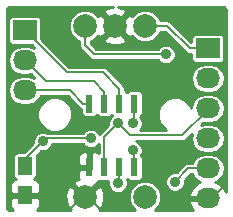
<source format=gbl>
G04 #@! TF.FileFunction,Copper,L2,Bot,Signal*
%FSLAX46Y46*%
G04 Gerber Fmt 4.6, Leading zero omitted, Abs format (unit mm)*
G04 Created by KiCad (PCBNEW 4.0.1-stable) date 2/14/2016 2:05:54 PM*
%MOMM*%
G01*
G04 APERTURE LIST*
%ADD10C,0.150000*%
%ADD11R,1.250000X1.500000*%
%ADD12C,2.000000*%
%ADD13R,2.032000X1.727200*%
%ADD14O,2.032000X1.727200*%
%ADD15R,0.600000X1.550000*%
%ADD16C,0.889000*%
%ADD17C,0.203200*%
%ADD18C,0.254000*%
G04 APERTURE END LIST*
D10*
D11*
X42672000Y-47010000D03*
X42672000Y-49510000D03*
D12*
X47752000Y-35172000D03*
X50292000Y-35172000D03*
X52832000Y-35172000D03*
X52832000Y-49672000D03*
X47752000Y-49672000D03*
D13*
X58166000Y-37084000D03*
D14*
X58166000Y-39624000D03*
X58166000Y-42164000D03*
X58166000Y-44704000D03*
X58166000Y-47244000D03*
X58166000Y-49784000D03*
D13*
X42672000Y-35560000D03*
D14*
X42672000Y-38100000D03*
X42672000Y-40640000D03*
D15*
X51943000Y-47150000D03*
X50673000Y-47150000D03*
X49403000Y-47150000D03*
X48133000Y-47150000D03*
X48133000Y-41750000D03*
X49403000Y-41750000D03*
X50673000Y-41750000D03*
X51943000Y-41750000D03*
D16*
X54610000Y-37592000D03*
X50546000Y-43434000D03*
X55372000Y-48387000D03*
X44196000Y-44958000D03*
X48260000Y-44704000D03*
X54102000Y-47244000D03*
X51816000Y-43434000D03*
X50546000Y-48514000D03*
X51816000Y-45720000D03*
D17*
X54610000Y-37592000D02*
X48514000Y-37592000D01*
X47752000Y-36830000D02*
X47752000Y-35172000D01*
X48514000Y-37592000D02*
X47752000Y-36830000D01*
X47752000Y-35172000D02*
X47752000Y-35814000D01*
X52832000Y-35172000D02*
X54730000Y-35172000D01*
X56642000Y-37084000D02*
X58166000Y-37084000D01*
X54730000Y-35172000D02*
X56642000Y-37084000D01*
X56007000Y-44450000D02*
X58166000Y-42291000D01*
X58166000Y-42291000D02*
X58166000Y-42164000D01*
X49403000Y-47150000D02*
X49403000Y-44577000D01*
X49403000Y-44577000D02*
X50546000Y-43434000D01*
X56007000Y-44450000D02*
X51562000Y-44450000D01*
X51562000Y-44450000D02*
X50546000Y-43434000D01*
X58166000Y-42164000D02*
X57404000Y-42164000D01*
X42672000Y-47010000D02*
X42672000Y-46482000D01*
X42672000Y-46482000D02*
X44196000Y-44958000D01*
X56515000Y-47244000D02*
X58166000Y-47244000D01*
X55372000Y-48387000D02*
X56515000Y-47244000D01*
X44196000Y-44958000D02*
X44450000Y-44704000D01*
X44450000Y-44704000D02*
X48260000Y-44704000D01*
X50292000Y-35172000D02*
X50299000Y-35172000D01*
X47752000Y-49672000D02*
X47483000Y-49672000D01*
X47483000Y-49672000D02*
X46482000Y-50673000D01*
X47752000Y-49672000D02*
X48021000Y-49672000D01*
X48021000Y-49672000D02*
X49022000Y-50673000D01*
X58166000Y-49784000D02*
X58547000Y-49784000D01*
X58547000Y-49784000D02*
X59563000Y-48768000D01*
X51943000Y-41750000D02*
X51943000Y-43307000D01*
X51943000Y-43307000D02*
X51816000Y-43434000D01*
X50546000Y-48514000D02*
X50673000Y-48387000D01*
X50673000Y-48387000D02*
X50673000Y-47150000D01*
X51816000Y-45720000D02*
X51943000Y-45847000D01*
X51943000Y-45847000D02*
X51943000Y-47150000D01*
X50673000Y-41750000D02*
X50673000Y-40513000D01*
X46228000Y-39116000D02*
X42672000Y-35560000D01*
X49276000Y-39116000D02*
X46228000Y-39116000D01*
X50673000Y-40513000D02*
X49276000Y-39116000D01*
X50673000Y-41750000D02*
X50673000Y-41021000D01*
X49403000Y-41750000D02*
X49403000Y-40767000D01*
X44450000Y-39878000D02*
X42672000Y-38100000D01*
X48514000Y-39878000D02*
X44450000Y-39878000D01*
X49403000Y-40767000D02*
X48514000Y-39878000D01*
X49403000Y-41750000D02*
X49403000Y-41275000D01*
X48133000Y-41750000D02*
X47592000Y-41750000D01*
X46482000Y-40640000D02*
X42672000Y-40640000D01*
X47592000Y-41750000D02*
X46482000Y-40640000D01*
D18*
G36*
X49906540Y-33550144D02*
X49417736Y-33752613D01*
X49319073Y-34019468D01*
X50292000Y-34992395D01*
X51264927Y-34019468D01*
X51166264Y-33752613D01*
X50595859Y-33540700D01*
X59384714Y-33540700D01*
X59524437Y-33568493D01*
X59599411Y-33618589D01*
X59649507Y-33693563D01*
X59677300Y-33833286D01*
X59677300Y-49215296D01*
X59516732Y-48881964D01*
X59080320Y-48492046D01*
X58807757Y-48396704D01*
X58822057Y-48393860D01*
X59225834Y-48124065D01*
X59495629Y-47720288D01*
X59590369Y-47244000D01*
X59495629Y-46767712D01*
X59225834Y-46363935D01*
X58822057Y-46094140D01*
X58345769Y-45999400D01*
X57986231Y-45999400D01*
X57509943Y-46094140D01*
X57106166Y-46363935D01*
X56840589Y-46761400D01*
X56515000Y-46761400D01*
X56330317Y-46798136D01*
X56173750Y-46902750D01*
X55514876Y-47561624D01*
X55208518Y-47561357D01*
X54905002Y-47686767D01*
X54672583Y-47918781D01*
X54546643Y-48222077D01*
X54546357Y-48550482D01*
X54671767Y-48853998D01*
X54903781Y-49086417D01*
X55207077Y-49212357D01*
X55535482Y-49212643D01*
X55838998Y-49087233D01*
X56071417Y-48855219D01*
X56197357Y-48551923D01*
X56197625Y-48243875D01*
X56714900Y-47726600D01*
X56840589Y-47726600D01*
X57106166Y-48124065D01*
X57509943Y-48393860D01*
X57524243Y-48396704D01*
X57251680Y-48492046D01*
X56815268Y-48881964D01*
X56561291Y-49409209D01*
X56558642Y-49424974D01*
X56679783Y-49657000D01*
X58039000Y-49657000D01*
X58039000Y-49637000D01*
X58293000Y-49637000D01*
X58293000Y-49657000D01*
X58313000Y-49657000D01*
X58313000Y-49911000D01*
X58293000Y-49911000D01*
X58293000Y-49931000D01*
X58039000Y-49931000D01*
X58039000Y-49911000D01*
X56679783Y-49911000D01*
X56558642Y-50143026D01*
X56561291Y-50158791D01*
X56815268Y-50686036D01*
X56928607Y-50787300D01*
X53669486Y-50787300D01*
X54002072Y-50455295D01*
X54212759Y-49947903D01*
X54213239Y-49398507D01*
X54003437Y-48890749D01*
X53615295Y-48501928D01*
X53107903Y-48291241D01*
X52558507Y-48290761D01*
X52050749Y-48500563D01*
X51661928Y-48888705D01*
X51451241Y-49396097D01*
X51450761Y-49945493D01*
X51660563Y-50453251D01*
X51994029Y-50787300D01*
X48990720Y-50787300D01*
X49018814Y-50759206D01*
X48904534Y-50644926D01*
X49171387Y-50546264D01*
X49397908Y-49936539D01*
X49373856Y-49286540D01*
X49171387Y-48797736D01*
X48904532Y-48699073D01*
X47931605Y-49672000D01*
X47945748Y-49686143D01*
X47766143Y-49865748D01*
X47752000Y-49851605D01*
X47737858Y-49865748D01*
X47558253Y-49686143D01*
X47572395Y-49672000D01*
X46599468Y-48699073D01*
X46332613Y-48797736D01*
X46106092Y-49407461D01*
X46130144Y-50057460D01*
X46332613Y-50546264D01*
X46599466Y-50644926D01*
X46485186Y-50759206D01*
X46513280Y-50787300D01*
X43667726Y-50787300D01*
X43835327Y-50619698D01*
X43932000Y-50386309D01*
X43932000Y-49795750D01*
X43773250Y-49637000D01*
X42799000Y-49637000D01*
X42799000Y-49657000D01*
X42545000Y-49657000D01*
X42545000Y-49637000D01*
X41570750Y-49637000D01*
X41412000Y-49795750D01*
X41412000Y-50386309D01*
X41508673Y-50619698D01*
X41676274Y-50787300D01*
X41453286Y-50787300D01*
X41313563Y-50759507D01*
X41238589Y-50709411D01*
X41188493Y-50634437D01*
X41160700Y-50494714D01*
X41160700Y-42965297D01*
X43710743Y-42965297D01*
X43935737Y-43509823D01*
X44351985Y-43926799D01*
X44896118Y-44152743D01*
X45485297Y-44153257D01*
X46029823Y-43928263D01*
X46446799Y-43512015D01*
X46672743Y-42967882D01*
X46673257Y-42378703D01*
X46448263Y-41834177D01*
X46032015Y-41417201D01*
X45487882Y-41191257D01*
X44898703Y-41190743D01*
X44354177Y-41415737D01*
X43937201Y-41831985D01*
X43711257Y-42376118D01*
X43710743Y-42965297D01*
X41160700Y-42965297D01*
X41160700Y-38100000D01*
X41247631Y-38100000D01*
X41342371Y-38576288D01*
X41612166Y-38980065D01*
X42015943Y-39249860D01*
X42492231Y-39344600D01*
X42851769Y-39344600D01*
X43170667Y-39281167D01*
X43483511Y-39594011D01*
X43328057Y-39490140D01*
X42851769Y-39395400D01*
X42492231Y-39395400D01*
X42015943Y-39490140D01*
X41612166Y-39759935D01*
X41342371Y-40163712D01*
X41247631Y-40640000D01*
X41342371Y-41116288D01*
X41612166Y-41520065D01*
X42015943Y-41789860D01*
X42492231Y-41884600D01*
X42851769Y-41884600D01*
X43328057Y-41789860D01*
X43731834Y-41520065D01*
X43997411Y-41122600D01*
X46282100Y-41122600D01*
X47250750Y-42091250D01*
X47407317Y-42195864D01*
X47444536Y-42203267D01*
X47444536Y-42525000D01*
X47471103Y-42666190D01*
X47554546Y-42795865D01*
X47681866Y-42882859D01*
X47833000Y-42913464D01*
X48433000Y-42913464D01*
X48574190Y-42886897D01*
X48703865Y-42803454D01*
X48768530Y-42708813D01*
X48824546Y-42795865D01*
X48951866Y-42882859D01*
X49103000Y-42913464D01*
X49703000Y-42913464D01*
X49844190Y-42886897D01*
X49973865Y-42803454D01*
X50038530Y-42708813D01*
X50064136Y-42748607D01*
X49846583Y-42965781D01*
X49720643Y-43269077D01*
X49720375Y-43577125D01*
X49061750Y-44235750D01*
X48998703Y-44330107D01*
X48960233Y-44237002D01*
X48728219Y-44004583D01*
X48424923Y-43878643D01*
X48096518Y-43878357D01*
X47793002Y-44003767D01*
X47574989Y-44221400D01*
X44574673Y-44221400D01*
X44360923Y-44132643D01*
X44032518Y-44132357D01*
X43729002Y-44257767D01*
X43496583Y-44489781D01*
X43370643Y-44793077D01*
X43370375Y-45101126D01*
X42599964Y-45871536D01*
X42047000Y-45871536D01*
X41905810Y-45898103D01*
X41776135Y-45981546D01*
X41689141Y-46108866D01*
X41658536Y-46260000D01*
X41658536Y-47760000D01*
X41685103Y-47901190D01*
X41768546Y-48030865D01*
X41895866Y-48117859D01*
X41931130Y-48125000D01*
X41920690Y-48125000D01*
X41687301Y-48221673D01*
X41508673Y-48400302D01*
X41412000Y-48633691D01*
X41412000Y-49224250D01*
X41570750Y-49383000D01*
X42545000Y-49383000D01*
X42545000Y-49363000D01*
X42799000Y-49363000D01*
X42799000Y-49383000D01*
X43773250Y-49383000D01*
X43932000Y-49224250D01*
X43932000Y-48633691D01*
X43835327Y-48400302D01*
X43656699Y-48221673D01*
X43423310Y-48125000D01*
X43421699Y-48125000D01*
X43438190Y-48121897D01*
X43567865Y-48038454D01*
X43654859Y-47911134D01*
X43685464Y-47760000D01*
X43685464Y-46260000D01*
X43683337Y-46248691D01*
X47198000Y-46248691D01*
X47198000Y-46864250D01*
X47356750Y-47023000D01*
X48006000Y-47023000D01*
X48006000Y-45898750D01*
X47847250Y-45740000D01*
X47706690Y-45740000D01*
X47473301Y-45836673D01*
X47294673Y-46015302D01*
X47198000Y-46248691D01*
X43683337Y-46248691D01*
X43668208Y-46168292D01*
X44053123Y-45783376D01*
X44359482Y-45783643D01*
X44662998Y-45658233D01*
X44895417Y-45426219D01*
X44994916Y-45186600D01*
X47575342Y-45186600D01*
X47791781Y-45403417D01*
X48095077Y-45529357D01*
X48423482Y-45529643D01*
X48726998Y-45404233D01*
X48920400Y-45211168D01*
X48920400Y-45964375D01*
X48792699Y-45836673D01*
X48559310Y-45740000D01*
X48418750Y-45740000D01*
X48260000Y-45898750D01*
X48260000Y-47023000D01*
X48280000Y-47023000D01*
X48280000Y-47277000D01*
X48260000Y-47277000D01*
X48260000Y-47297000D01*
X48006000Y-47297000D01*
X48006000Y-47277000D01*
X47356750Y-47277000D01*
X47198000Y-47435750D01*
X47198000Y-48051309D01*
X47222270Y-48109902D01*
X46877736Y-48252613D01*
X46779073Y-48519468D01*
X47752000Y-49492395D01*
X48724927Y-48519468D01*
X48715927Y-48495127D01*
X48792699Y-48463327D01*
X48969579Y-48286446D01*
X49103000Y-48313464D01*
X49703000Y-48313464D01*
X49738180Y-48306844D01*
X49720643Y-48349077D01*
X49720357Y-48677482D01*
X49845767Y-48980998D01*
X50077781Y-49213417D01*
X50381077Y-49339357D01*
X50709482Y-49339643D01*
X51012998Y-49214233D01*
X51245417Y-48982219D01*
X51371357Y-48678923D01*
X51371643Y-48350518D01*
X51285625Y-48142337D01*
X51308530Y-48108813D01*
X51364546Y-48195865D01*
X51491866Y-48282859D01*
X51643000Y-48313464D01*
X52243000Y-48313464D01*
X52384190Y-48286897D01*
X52513865Y-48203454D01*
X52600859Y-48076134D01*
X52631464Y-47925000D01*
X52631464Y-46375000D01*
X52604897Y-46233810D01*
X52539006Y-46131411D01*
X52641357Y-45884923D01*
X52641643Y-45556518D01*
X52516233Y-45253002D01*
X52284219Y-45020583D01*
X52072333Y-44932600D01*
X56007000Y-44932600D01*
X56191683Y-44895864D01*
X56348250Y-44791250D01*
X56817645Y-44321855D01*
X56741631Y-44704000D01*
X56836371Y-45180288D01*
X57106166Y-45584065D01*
X57509943Y-45853860D01*
X57986231Y-45948600D01*
X58345769Y-45948600D01*
X58822057Y-45853860D01*
X59225834Y-45584065D01*
X59495629Y-45180288D01*
X59590369Y-44704000D01*
X59495629Y-44227712D01*
X59225834Y-43823935D01*
X58822057Y-43554140D01*
X58345769Y-43459400D01*
X57986231Y-43459400D01*
X57604086Y-43535414D01*
X57773262Y-43366238D01*
X57986231Y-43408600D01*
X58345769Y-43408600D01*
X58822057Y-43313860D01*
X59225834Y-43044065D01*
X59495629Y-42640288D01*
X59590369Y-42164000D01*
X59495629Y-41687712D01*
X59225834Y-41283935D01*
X58822057Y-41014140D01*
X58345769Y-40919400D01*
X57986231Y-40919400D01*
X57509943Y-41014140D01*
X57106166Y-41283935D01*
X56836371Y-41687712D01*
X56755576Y-42093894D01*
X56648263Y-41834177D01*
X56232015Y-41417201D01*
X55687882Y-41191257D01*
X55098703Y-41190743D01*
X54554177Y-41415737D01*
X54137201Y-41831985D01*
X53911257Y-42376118D01*
X53910743Y-42965297D01*
X54135737Y-43509823D01*
X54551985Y-43926799D01*
X54649763Y-43967400D01*
X52450122Y-43967400D01*
X52515417Y-43902219D01*
X52641357Y-43598923D01*
X52641643Y-43270518D01*
X52516233Y-42967002D01*
X52425600Y-42876211D01*
X52425600Y-42860251D01*
X52513865Y-42803454D01*
X52600859Y-42676134D01*
X52631464Y-42525000D01*
X52631464Y-40975000D01*
X52604897Y-40833810D01*
X52521454Y-40704135D01*
X52394134Y-40617141D01*
X52243000Y-40586536D01*
X51643000Y-40586536D01*
X51501810Y-40613103D01*
X51372135Y-40696546D01*
X51307470Y-40791187D01*
X51251454Y-40704135D01*
X51155600Y-40638641D01*
X51155600Y-40513000D01*
X51118864Y-40328317D01*
X51014250Y-40171750D01*
X51014247Y-40171748D01*
X50466500Y-39624000D01*
X56741631Y-39624000D01*
X56836371Y-40100288D01*
X57106166Y-40504065D01*
X57509943Y-40773860D01*
X57986231Y-40868600D01*
X58345769Y-40868600D01*
X58822057Y-40773860D01*
X59225834Y-40504065D01*
X59495629Y-40100288D01*
X59590369Y-39624000D01*
X59495629Y-39147712D01*
X59225834Y-38743935D01*
X58822057Y-38474140D01*
X58345769Y-38379400D01*
X57986231Y-38379400D01*
X57509943Y-38474140D01*
X57106166Y-38743935D01*
X56836371Y-39147712D01*
X56741631Y-39624000D01*
X50466500Y-39624000D01*
X49617250Y-38774750D01*
X49460683Y-38670136D01*
X49276000Y-38633400D01*
X46427899Y-38633400D01*
X44076464Y-36281964D01*
X44076464Y-35445493D01*
X46370761Y-35445493D01*
X46580563Y-35953251D01*
X46968705Y-36342072D01*
X47269400Y-36466931D01*
X47269400Y-36830000D01*
X47306136Y-37014683D01*
X47410750Y-37171250D01*
X48172750Y-37933250D01*
X48329317Y-38037864D01*
X48514000Y-38074601D01*
X48514005Y-38074600D01*
X53925342Y-38074600D01*
X54141781Y-38291417D01*
X54445077Y-38417357D01*
X54773482Y-38417643D01*
X55076998Y-38292233D01*
X55309417Y-38060219D01*
X55435357Y-37756923D01*
X55435643Y-37428518D01*
X55310233Y-37125002D01*
X55078219Y-36892583D01*
X54774923Y-36766643D01*
X54446518Y-36766357D01*
X54143002Y-36891767D01*
X53924989Y-37109400D01*
X48713900Y-37109400D01*
X48234600Y-36630100D01*
X48234600Y-36466837D01*
X48533251Y-36343437D01*
X48552189Y-36324532D01*
X49319073Y-36324532D01*
X49417736Y-36591387D01*
X50027461Y-36817908D01*
X50677460Y-36793856D01*
X51166264Y-36591387D01*
X51264927Y-36324532D01*
X50292000Y-35351605D01*
X49319073Y-36324532D01*
X48552189Y-36324532D01*
X48860423Y-36016836D01*
X48872613Y-36046264D01*
X49139468Y-36144927D01*
X50112395Y-35172000D01*
X50471605Y-35172000D01*
X51444532Y-36144927D01*
X51711387Y-36046264D01*
X51722786Y-36015582D01*
X52048705Y-36342072D01*
X52556097Y-36552759D01*
X53105493Y-36553239D01*
X53613251Y-36343437D01*
X54002072Y-35955295D01*
X54126931Y-35654600D01*
X54530100Y-35654600D01*
X56300748Y-37425247D01*
X56300750Y-37425250D01*
X56457317Y-37529864D01*
X56642000Y-37566600D01*
X56761536Y-37566600D01*
X56761536Y-37947600D01*
X56788103Y-38088790D01*
X56871546Y-38218465D01*
X56998866Y-38305459D01*
X57150000Y-38336064D01*
X59182000Y-38336064D01*
X59323190Y-38309497D01*
X59452865Y-38226054D01*
X59539859Y-38098734D01*
X59570464Y-37947600D01*
X59570464Y-36220400D01*
X59543897Y-36079210D01*
X59460454Y-35949535D01*
X59333134Y-35862541D01*
X59182000Y-35831936D01*
X57150000Y-35831936D01*
X57008810Y-35858503D01*
X56879135Y-35941946D01*
X56792141Y-36069266D01*
X56761536Y-36220400D01*
X56761536Y-36521037D01*
X55071250Y-34830750D01*
X54914683Y-34726136D01*
X54730000Y-34689400D01*
X54126837Y-34689400D01*
X54003437Y-34390749D01*
X53615295Y-34001928D01*
X53107903Y-33791241D01*
X52558507Y-33790761D01*
X52050749Y-34000563D01*
X51723577Y-34327164D01*
X51711387Y-34297736D01*
X51444532Y-34199073D01*
X50471605Y-35172000D01*
X50112395Y-35172000D01*
X49139468Y-34199073D01*
X48872613Y-34297736D01*
X48861214Y-34328418D01*
X48535295Y-34001928D01*
X48027903Y-33791241D01*
X47478507Y-33790761D01*
X46970749Y-34000563D01*
X46581928Y-34388705D01*
X46371241Y-34896097D01*
X46370761Y-35445493D01*
X44076464Y-35445493D01*
X44076464Y-34696400D01*
X44049897Y-34555210D01*
X43966454Y-34425535D01*
X43839134Y-34338541D01*
X43688000Y-34307936D01*
X41656000Y-34307936D01*
X41514810Y-34334503D01*
X41385135Y-34417946D01*
X41298141Y-34545266D01*
X41267536Y-34696400D01*
X41267536Y-36423600D01*
X41294103Y-36564790D01*
X41377546Y-36694465D01*
X41504866Y-36781459D01*
X41656000Y-36812064D01*
X43241564Y-36812064D01*
X43483512Y-37054012D01*
X43328057Y-36950140D01*
X42851769Y-36855400D01*
X42492231Y-36855400D01*
X42015943Y-36950140D01*
X41612166Y-37219935D01*
X41342371Y-37623712D01*
X41247631Y-38100000D01*
X41160700Y-38100000D01*
X41160700Y-33833286D01*
X41188493Y-33693563D01*
X41238589Y-33618589D01*
X41313563Y-33568493D01*
X41453286Y-33540700D01*
X50161762Y-33540700D01*
X49906540Y-33550144D01*
X49906540Y-33550144D01*
G37*
X49906540Y-33550144D02*
X49417736Y-33752613D01*
X49319073Y-34019468D01*
X50292000Y-34992395D01*
X51264927Y-34019468D01*
X51166264Y-33752613D01*
X50595859Y-33540700D01*
X59384714Y-33540700D01*
X59524437Y-33568493D01*
X59599411Y-33618589D01*
X59649507Y-33693563D01*
X59677300Y-33833286D01*
X59677300Y-49215296D01*
X59516732Y-48881964D01*
X59080320Y-48492046D01*
X58807757Y-48396704D01*
X58822057Y-48393860D01*
X59225834Y-48124065D01*
X59495629Y-47720288D01*
X59590369Y-47244000D01*
X59495629Y-46767712D01*
X59225834Y-46363935D01*
X58822057Y-46094140D01*
X58345769Y-45999400D01*
X57986231Y-45999400D01*
X57509943Y-46094140D01*
X57106166Y-46363935D01*
X56840589Y-46761400D01*
X56515000Y-46761400D01*
X56330317Y-46798136D01*
X56173750Y-46902750D01*
X55514876Y-47561624D01*
X55208518Y-47561357D01*
X54905002Y-47686767D01*
X54672583Y-47918781D01*
X54546643Y-48222077D01*
X54546357Y-48550482D01*
X54671767Y-48853998D01*
X54903781Y-49086417D01*
X55207077Y-49212357D01*
X55535482Y-49212643D01*
X55838998Y-49087233D01*
X56071417Y-48855219D01*
X56197357Y-48551923D01*
X56197625Y-48243875D01*
X56714900Y-47726600D01*
X56840589Y-47726600D01*
X57106166Y-48124065D01*
X57509943Y-48393860D01*
X57524243Y-48396704D01*
X57251680Y-48492046D01*
X56815268Y-48881964D01*
X56561291Y-49409209D01*
X56558642Y-49424974D01*
X56679783Y-49657000D01*
X58039000Y-49657000D01*
X58039000Y-49637000D01*
X58293000Y-49637000D01*
X58293000Y-49657000D01*
X58313000Y-49657000D01*
X58313000Y-49911000D01*
X58293000Y-49911000D01*
X58293000Y-49931000D01*
X58039000Y-49931000D01*
X58039000Y-49911000D01*
X56679783Y-49911000D01*
X56558642Y-50143026D01*
X56561291Y-50158791D01*
X56815268Y-50686036D01*
X56928607Y-50787300D01*
X53669486Y-50787300D01*
X54002072Y-50455295D01*
X54212759Y-49947903D01*
X54213239Y-49398507D01*
X54003437Y-48890749D01*
X53615295Y-48501928D01*
X53107903Y-48291241D01*
X52558507Y-48290761D01*
X52050749Y-48500563D01*
X51661928Y-48888705D01*
X51451241Y-49396097D01*
X51450761Y-49945493D01*
X51660563Y-50453251D01*
X51994029Y-50787300D01*
X48990720Y-50787300D01*
X49018814Y-50759206D01*
X48904534Y-50644926D01*
X49171387Y-50546264D01*
X49397908Y-49936539D01*
X49373856Y-49286540D01*
X49171387Y-48797736D01*
X48904532Y-48699073D01*
X47931605Y-49672000D01*
X47945748Y-49686143D01*
X47766143Y-49865748D01*
X47752000Y-49851605D01*
X47737858Y-49865748D01*
X47558253Y-49686143D01*
X47572395Y-49672000D01*
X46599468Y-48699073D01*
X46332613Y-48797736D01*
X46106092Y-49407461D01*
X46130144Y-50057460D01*
X46332613Y-50546264D01*
X46599466Y-50644926D01*
X46485186Y-50759206D01*
X46513280Y-50787300D01*
X43667726Y-50787300D01*
X43835327Y-50619698D01*
X43932000Y-50386309D01*
X43932000Y-49795750D01*
X43773250Y-49637000D01*
X42799000Y-49637000D01*
X42799000Y-49657000D01*
X42545000Y-49657000D01*
X42545000Y-49637000D01*
X41570750Y-49637000D01*
X41412000Y-49795750D01*
X41412000Y-50386309D01*
X41508673Y-50619698D01*
X41676274Y-50787300D01*
X41453286Y-50787300D01*
X41313563Y-50759507D01*
X41238589Y-50709411D01*
X41188493Y-50634437D01*
X41160700Y-50494714D01*
X41160700Y-42965297D01*
X43710743Y-42965297D01*
X43935737Y-43509823D01*
X44351985Y-43926799D01*
X44896118Y-44152743D01*
X45485297Y-44153257D01*
X46029823Y-43928263D01*
X46446799Y-43512015D01*
X46672743Y-42967882D01*
X46673257Y-42378703D01*
X46448263Y-41834177D01*
X46032015Y-41417201D01*
X45487882Y-41191257D01*
X44898703Y-41190743D01*
X44354177Y-41415737D01*
X43937201Y-41831985D01*
X43711257Y-42376118D01*
X43710743Y-42965297D01*
X41160700Y-42965297D01*
X41160700Y-38100000D01*
X41247631Y-38100000D01*
X41342371Y-38576288D01*
X41612166Y-38980065D01*
X42015943Y-39249860D01*
X42492231Y-39344600D01*
X42851769Y-39344600D01*
X43170667Y-39281167D01*
X43483511Y-39594011D01*
X43328057Y-39490140D01*
X42851769Y-39395400D01*
X42492231Y-39395400D01*
X42015943Y-39490140D01*
X41612166Y-39759935D01*
X41342371Y-40163712D01*
X41247631Y-40640000D01*
X41342371Y-41116288D01*
X41612166Y-41520065D01*
X42015943Y-41789860D01*
X42492231Y-41884600D01*
X42851769Y-41884600D01*
X43328057Y-41789860D01*
X43731834Y-41520065D01*
X43997411Y-41122600D01*
X46282100Y-41122600D01*
X47250750Y-42091250D01*
X47407317Y-42195864D01*
X47444536Y-42203267D01*
X47444536Y-42525000D01*
X47471103Y-42666190D01*
X47554546Y-42795865D01*
X47681866Y-42882859D01*
X47833000Y-42913464D01*
X48433000Y-42913464D01*
X48574190Y-42886897D01*
X48703865Y-42803454D01*
X48768530Y-42708813D01*
X48824546Y-42795865D01*
X48951866Y-42882859D01*
X49103000Y-42913464D01*
X49703000Y-42913464D01*
X49844190Y-42886897D01*
X49973865Y-42803454D01*
X50038530Y-42708813D01*
X50064136Y-42748607D01*
X49846583Y-42965781D01*
X49720643Y-43269077D01*
X49720375Y-43577125D01*
X49061750Y-44235750D01*
X48998703Y-44330107D01*
X48960233Y-44237002D01*
X48728219Y-44004583D01*
X48424923Y-43878643D01*
X48096518Y-43878357D01*
X47793002Y-44003767D01*
X47574989Y-44221400D01*
X44574673Y-44221400D01*
X44360923Y-44132643D01*
X44032518Y-44132357D01*
X43729002Y-44257767D01*
X43496583Y-44489781D01*
X43370643Y-44793077D01*
X43370375Y-45101126D01*
X42599964Y-45871536D01*
X42047000Y-45871536D01*
X41905810Y-45898103D01*
X41776135Y-45981546D01*
X41689141Y-46108866D01*
X41658536Y-46260000D01*
X41658536Y-47760000D01*
X41685103Y-47901190D01*
X41768546Y-48030865D01*
X41895866Y-48117859D01*
X41931130Y-48125000D01*
X41920690Y-48125000D01*
X41687301Y-48221673D01*
X41508673Y-48400302D01*
X41412000Y-48633691D01*
X41412000Y-49224250D01*
X41570750Y-49383000D01*
X42545000Y-49383000D01*
X42545000Y-49363000D01*
X42799000Y-49363000D01*
X42799000Y-49383000D01*
X43773250Y-49383000D01*
X43932000Y-49224250D01*
X43932000Y-48633691D01*
X43835327Y-48400302D01*
X43656699Y-48221673D01*
X43423310Y-48125000D01*
X43421699Y-48125000D01*
X43438190Y-48121897D01*
X43567865Y-48038454D01*
X43654859Y-47911134D01*
X43685464Y-47760000D01*
X43685464Y-46260000D01*
X43683337Y-46248691D01*
X47198000Y-46248691D01*
X47198000Y-46864250D01*
X47356750Y-47023000D01*
X48006000Y-47023000D01*
X48006000Y-45898750D01*
X47847250Y-45740000D01*
X47706690Y-45740000D01*
X47473301Y-45836673D01*
X47294673Y-46015302D01*
X47198000Y-46248691D01*
X43683337Y-46248691D01*
X43668208Y-46168292D01*
X44053123Y-45783376D01*
X44359482Y-45783643D01*
X44662998Y-45658233D01*
X44895417Y-45426219D01*
X44994916Y-45186600D01*
X47575342Y-45186600D01*
X47791781Y-45403417D01*
X48095077Y-45529357D01*
X48423482Y-45529643D01*
X48726998Y-45404233D01*
X48920400Y-45211168D01*
X48920400Y-45964375D01*
X48792699Y-45836673D01*
X48559310Y-45740000D01*
X48418750Y-45740000D01*
X48260000Y-45898750D01*
X48260000Y-47023000D01*
X48280000Y-47023000D01*
X48280000Y-47277000D01*
X48260000Y-47277000D01*
X48260000Y-47297000D01*
X48006000Y-47297000D01*
X48006000Y-47277000D01*
X47356750Y-47277000D01*
X47198000Y-47435750D01*
X47198000Y-48051309D01*
X47222270Y-48109902D01*
X46877736Y-48252613D01*
X46779073Y-48519468D01*
X47752000Y-49492395D01*
X48724927Y-48519468D01*
X48715927Y-48495127D01*
X48792699Y-48463327D01*
X48969579Y-48286446D01*
X49103000Y-48313464D01*
X49703000Y-48313464D01*
X49738180Y-48306844D01*
X49720643Y-48349077D01*
X49720357Y-48677482D01*
X49845767Y-48980998D01*
X50077781Y-49213417D01*
X50381077Y-49339357D01*
X50709482Y-49339643D01*
X51012998Y-49214233D01*
X51245417Y-48982219D01*
X51371357Y-48678923D01*
X51371643Y-48350518D01*
X51285625Y-48142337D01*
X51308530Y-48108813D01*
X51364546Y-48195865D01*
X51491866Y-48282859D01*
X51643000Y-48313464D01*
X52243000Y-48313464D01*
X52384190Y-48286897D01*
X52513865Y-48203454D01*
X52600859Y-48076134D01*
X52631464Y-47925000D01*
X52631464Y-46375000D01*
X52604897Y-46233810D01*
X52539006Y-46131411D01*
X52641357Y-45884923D01*
X52641643Y-45556518D01*
X52516233Y-45253002D01*
X52284219Y-45020583D01*
X52072333Y-44932600D01*
X56007000Y-44932600D01*
X56191683Y-44895864D01*
X56348250Y-44791250D01*
X56817645Y-44321855D01*
X56741631Y-44704000D01*
X56836371Y-45180288D01*
X57106166Y-45584065D01*
X57509943Y-45853860D01*
X57986231Y-45948600D01*
X58345769Y-45948600D01*
X58822057Y-45853860D01*
X59225834Y-45584065D01*
X59495629Y-45180288D01*
X59590369Y-44704000D01*
X59495629Y-44227712D01*
X59225834Y-43823935D01*
X58822057Y-43554140D01*
X58345769Y-43459400D01*
X57986231Y-43459400D01*
X57604086Y-43535414D01*
X57773262Y-43366238D01*
X57986231Y-43408600D01*
X58345769Y-43408600D01*
X58822057Y-43313860D01*
X59225834Y-43044065D01*
X59495629Y-42640288D01*
X59590369Y-42164000D01*
X59495629Y-41687712D01*
X59225834Y-41283935D01*
X58822057Y-41014140D01*
X58345769Y-40919400D01*
X57986231Y-40919400D01*
X57509943Y-41014140D01*
X57106166Y-41283935D01*
X56836371Y-41687712D01*
X56755576Y-42093894D01*
X56648263Y-41834177D01*
X56232015Y-41417201D01*
X55687882Y-41191257D01*
X55098703Y-41190743D01*
X54554177Y-41415737D01*
X54137201Y-41831985D01*
X53911257Y-42376118D01*
X53910743Y-42965297D01*
X54135737Y-43509823D01*
X54551985Y-43926799D01*
X54649763Y-43967400D01*
X52450122Y-43967400D01*
X52515417Y-43902219D01*
X52641357Y-43598923D01*
X52641643Y-43270518D01*
X52516233Y-42967002D01*
X52425600Y-42876211D01*
X52425600Y-42860251D01*
X52513865Y-42803454D01*
X52600859Y-42676134D01*
X52631464Y-42525000D01*
X52631464Y-40975000D01*
X52604897Y-40833810D01*
X52521454Y-40704135D01*
X52394134Y-40617141D01*
X52243000Y-40586536D01*
X51643000Y-40586536D01*
X51501810Y-40613103D01*
X51372135Y-40696546D01*
X51307470Y-40791187D01*
X51251454Y-40704135D01*
X51155600Y-40638641D01*
X51155600Y-40513000D01*
X51118864Y-40328317D01*
X51014250Y-40171750D01*
X51014247Y-40171748D01*
X50466500Y-39624000D01*
X56741631Y-39624000D01*
X56836371Y-40100288D01*
X57106166Y-40504065D01*
X57509943Y-40773860D01*
X57986231Y-40868600D01*
X58345769Y-40868600D01*
X58822057Y-40773860D01*
X59225834Y-40504065D01*
X59495629Y-40100288D01*
X59590369Y-39624000D01*
X59495629Y-39147712D01*
X59225834Y-38743935D01*
X58822057Y-38474140D01*
X58345769Y-38379400D01*
X57986231Y-38379400D01*
X57509943Y-38474140D01*
X57106166Y-38743935D01*
X56836371Y-39147712D01*
X56741631Y-39624000D01*
X50466500Y-39624000D01*
X49617250Y-38774750D01*
X49460683Y-38670136D01*
X49276000Y-38633400D01*
X46427899Y-38633400D01*
X44076464Y-36281964D01*
X44076464Y-35445493D01*
X46370761Y-35445493D01*
X46580563Y-35953251D01*
X46968705Y-36342072D01*
X47269400Y-36466931D01*
X47269400Y-36830000D01*
X47306136Y-37014683D01*
X47410750Y-37171250D01*
X48172750Y-37933250D01*
X48329317Y-38037864D01*
X48514000Y-38074601D01*
X48514005Y-38074600D01*
X53925342Y-38074600D01*
X54141781Y-38291417D01*
X54445077Y-38417357D01*
X54773482Y-38417643D01*
X55076998Y-38292233D01*
X55309417Y-38060219D01*
X55435357Y-37756923D01*
X55435643Y-37428518D01*
X55310233Y-37125002D01*
X55078219Y-36892583D01*
X54774923Y-36766643D01*
X54446518Y-36766357D01*
X54143002Y-36891767D01*
X53924989Y-37109400D01*
X48713900Y-37109400D01*
X48234600Y-36630100D01*
X48234600Y-36466837D01*
X48533251Y-36343437D01*
X48552189Y-36324532D01*
X49319073Y-36324532D01*
X49417736Y-36591387D01*
X50027461Y-36817908D01*
X50677460Y-36793856D01*
X51166264Y-36591387D01*
X51264927Y-36324532D01*
X50292000Y-35351605D01*
X49319073Y-36324532D01*
X48552189Y-36324532D01*
X48860423Y-36016836D01*
X48872613Y-36046264D01*
X49139468Y-36144927D01*
X50112395Y-35172000D01*
X50471605Y-35172000D01*
X51444532Y-36144927D01*
X51711387Y-36046264D01*
X51722786Y-36015582D01*
X52048705Y-36342072D01*
X52556097Y-36552759D01*
X53105493Y-36553239D01*
X53613251Y-36343437D01*
X54002072Y-35955295D01*
X54126931Y-35654600D01*
X54530100Y-35654600D01*
X56300748Y-37425247D01*
X56300750Y-37425250D01*
X56457317Y-37529864D01*
X56642000Y-37566600D01*
X56761536Y-37566600D01*
X56761536Y-37947600D01*
X56788103Y-38088790D01*
X56871546Y-38218465D01*
X56998866Y-38305459D01*
X57150000Y-38336064D01*
X59182000Y-38336064D01*
X59323190Y-38309497D01*
X59452865Y-38226054D01*
X59539859Y-38098734D01*
X59570464Y-37947600D01*
X59570464Y-36220400D01*
X59543897Y-36079210D01*
X59460454Y-35949535D01*
X59333134Y-35862541D01*
X59182000Y-35831936D01*
X57150000Y-35831936D01*
X57008810Y-35858503D01*
X56879135Y-35941946D01*
X56792141Y-36069266D01*
X56761536Y-36220400D01*
X56761536Y-36521037D01*
X55071250Y-34830750D01*
X54914683Y-34726136D01*
X54730000Y-34689400D01*
X54126837Y-34689400D01*
X54003437Y-34390749D01*
X53615295Y-34001928D01*
X53107903Y-33791241D01*
X52558507Y-33790761D01*
X52050749Y-34000563D01*
X51723577Y-34327164D01*
X51711387Y-34297736D01*
X51444532Y-34199073D01*
X50471605Y-35172000D01*
X50112395Y-35172000D01*
X49139468Y-34199073D01*
X48872613Y-34297736D01*
X48861214Y-34328418D01*
X48535295Y-34001928D01*
X48027903Y-33791241D01*
X47478507Y-33790761D01*
X46970749Y-34000563D01*
X46581928Y-34388705D01*
X46371241Y-34896097D01*
X46370761Y-35445493D01*
X44076464Y-35445493D01*
X44076464Y-34696400D01*
X44049897Y-34555210D01*
X43966454Y-34425535D01*
X43839134Y-34338541D01*
X43688000Y-34307936D01*
X41656000Y-34307936D01*
X41514810Y-34334503D01*
X41385135Y-34417946D01*
X41298141Y-34545266D01*
X41267536Y-34696400D01*
X41267536Y-36423600D01*
X41294103Y-36564790D01*
X41377546Y-36694465D01*
X41504866Y-36781459D01*
X41656000Y-36812064D01*
X43241564Y-36812064D01*
X43483512Y-37054012D01*
X43328057Y-36950140D01*
X42851769Y-36855400D01*
X42492231Y-36855400D01*
X42015943Y-36950140D01*
X41612166Y-37219935D01*
X41342371Y-37623712D01*
X41247631Y-38100000D01*
X41160700Y-38100000D01*
X41160700Y-33833286D01*
X41188493Y-33693563D01*
X41238589Y-33618589D01*
X41313563Y-33568493D01*
X41453286Y-33540700D01*
X50161762Y-33540700D01*
X49906540Y-33550144D01*
M02*

</source>
